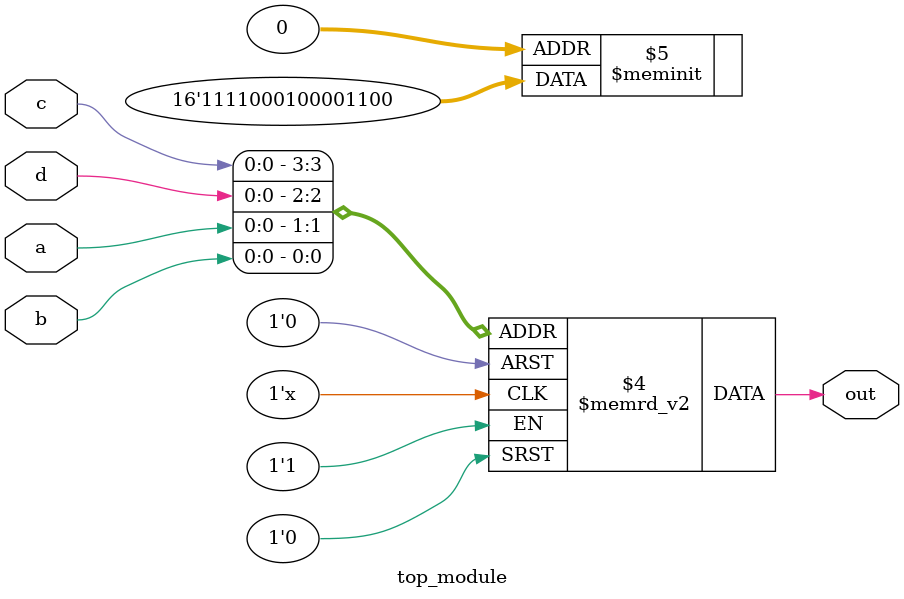
<source format=sv>
module top_module (
    input a, 
    input b,
    input c,
    input d,
    output reg out
);

    always @(*) begin
        case ({c, d, a, b})
            4'b0000: out = 1'b0;
            4'b0001: out = 1'b0;
            4'b0010: out = 1'b1;
            4'b0011: out = 1'b1;
            4'b0100: out = 1'b0;
            4'b0101: out = 1'b0;
            4'b0110: out = 1'b0; // Don't-care entry treated as 0
            4'b0111: out = 1'b0; // Don't-care entry treated as 0
            4'b1000: out = 1'b1;
            4'b1001: out = 1'b0;
            4'b1010: out = 1'b0; // Don't-care entry treated as 0
            4'b1011: out = 1'b0; // Don't-care entry treated as 0
            4'b1100: out = 1'b1;
            4'b1101: out = 1'b1;
            4'b1110: out = 1'b1;
            4'b1111: out = 1'b1;
            default: out = 1'b0; // Default case, should not be reached
        endcase
    end

endmodule

</source>
